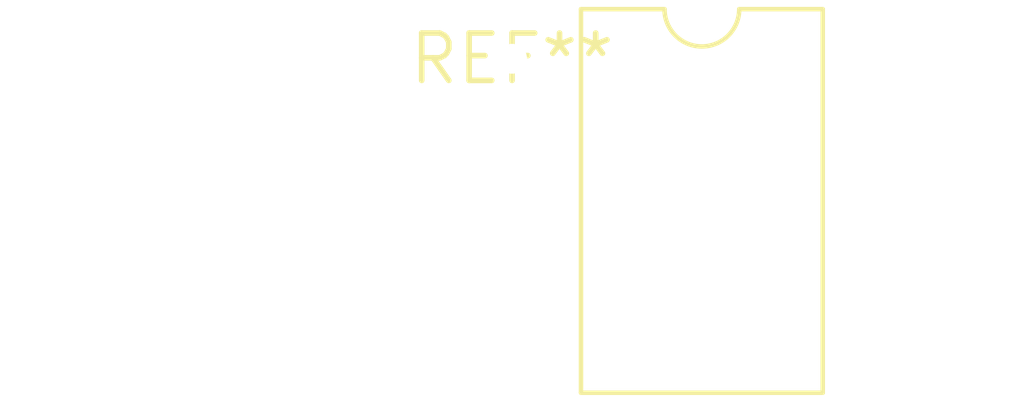
<source format=kicad_pcb>
(kicad_pcb (version 20240108) (generator pcbnew)
  (layers (0 "F.Cu" signal) (31 "B.Cu" signal) (34 "B.Paste" user) (35 "F.Paste" user) (36 "B.SilkS" user "B.Silkscreen") (37 "F.SilkS" user "F.Silkscreen") (38 "B.Mask" user) (39 "F.Mask" user) (44 "Edge.Cuts" user))
  (net 0 "")
  (footprint "DIP-8_W10.16mm_LongPads" (layer "F.Cu") (at 0 0)
    (property "Reference" "REF**")
    (property "Value" "DIP-8_W10.16mm_LongPads")
    (fp_line (start 1.845 -1.33) (end 1.845 8.95) (layer "F.SilkS") (stroke (width 0.12)))
    (fp_line (start 1.845 8.95) (end 8.315 8.95) (layer "F.SilkS") (stroke (width 0.12)))
    (fp_line (start 4.08 -1.33) (end 1.845 -1.33) (layer "F.SilkS") (stroke (width 0.12)))
    (fp_line (start 8.315 -1.33) (end 6.08 -1.33) (layer "F.SilkS") (stroke (width 0.12)))
    (fp_line (start 8.315 8.95) (end 8.315 -1.33) (layer "F.SilkS") (stroke (width 0.12)))
    (fp_arc (start 6.08 -1.33) (mid 5.08 -0.33) (end 4.08 -1.33) (layer "F.SilkS") (stroke (width 0.12)))
    (pad "1" thru_hole rect (at 0 0) (size 2.4 1.6) (drill 0.8) (layers *.Cu *.Mask) (remove_unused_layers))
    (pad "2" thru_hole oval (at 0 2.54) (size 2.4 1.6) (drill 0.8) (layers *.Cu *.Mask) (remove_unused_layers))
    (pad "3" thru_hole oval (at 0 5.08) (size 2.4 1.6) (drill 0.8) (layers *.Cu *.Mask) (remove_unused_layers))
    (pad "4" thru_hole oval (at 0 7.62) (size 2.4 1.6) (drill 0.8) (layers *.Cu *.Mask) (remove_unused_layers))
    (pad "5" thru_hole oval (at 10.16 7.62) (size 2.4 1.6) (drill 0.8) (layers *.Cu *.Mask) (remove_unused_layers))
    (pad "6" thru_hole oval (at 10.16 5.08) (size 2.4 1.6) (drill 0.8) (layers *.Cu *.Mask) (remove_unused_layers))
    (pad "7" thru_hole oval (at 10.16 2.54) (size 2.4 1.6) (drill 0.8) (layers *.Cu *.Mask) (remove_unused_layers))
    (pad "8" thru_hole oval (at 10.16 0) (size 2.4 1.6) (drill 0.8) (layers *.Cu *.Mask) (remove_unused_layers))
  )
)
</source>
